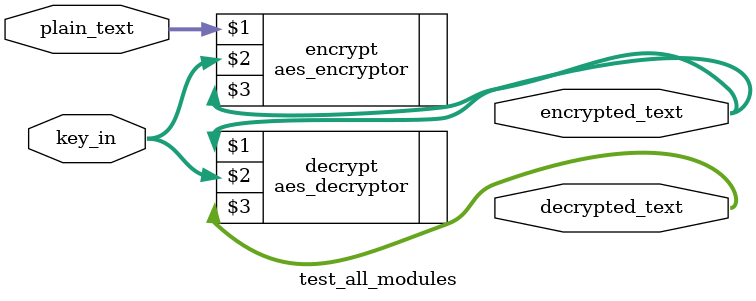
<source format=v>
module test_all_modules(plain_text,key_in,encrypted_text,decrypted_text);
    input[127:0] plain_text,key_in;
    output[127:0] encrypted_text,decrypted_text;
    wire[127:0] encrypted_text;
    
    // Instantiating the encryption module;
    aes_encryptor encrypt(plain_text,key_in,encrypted_text);
    // Instantiating the decryption module;
    aes_decryptor decrypt(encrypted_text,key_in,decrypted_text);

endmodule
</source>
